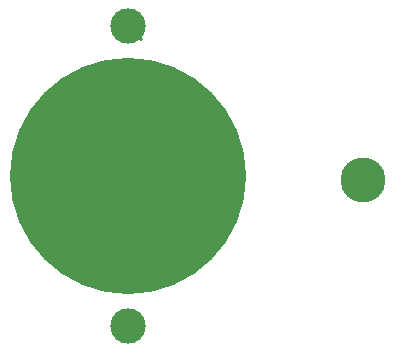
<source format=gbr>
%TF.GenerationSoftware,KiCad,Pcbnew,7.0.5*%
%TF.CreationDate,2024-01-30T14:43:17+01:00*%
%TF.ProjectId,DelaySw,44656c61-7953-4772-9e6b-696361645f70,rev?*%
%TF.SameCoordinates,Original*%
%TF.FileFunction,Copper,L2,Bot*%
%TF.FilePolarity,Positive*%
%FSLAX46Y46*%
G04 Gerber Fmt 4.6, Leading zero omitted, Abs format (unit mm)*
G04 Created by KiCad (PCBNEW 7.0.5) date 2024-01-30 14:43:17*
%MOMM*%
%LPD*%
G01*
G04 APERTURE LIST*
%TA.AperFunction,ComponentPad*%
%ADD10C,3.000000*%
%TD*%
%TA.AperFunction,SMDPad,CuDef*%
%ADD11C,20.000000*%
%TD*%
%TA.AperFunction,ViaPad*%
%ADD12C,3.810000*%
%TD*%
%TA.AperFunction,ViaPad*%
%ADD13C,0.800000*%
%TD*%
%TA.AperFunction,Conductor*%
%ADD14C,0.250000*%
%TD*%
G04 APERTURE END LIST*
D10*
%TO.P,CR2032,1*%
%TO.N,Net-(D2-A)*%
X39249000Y-54102000D03*
X39249000Y-28702000D03*
D11*
%TO.P,CR2032,2*%
%TO.N,Net-(Q1-S)*%
X39249000Y-41402000D03*
%TD*%
D12*
%TO.N,*%
X59182000Y-41783000D03*
D13*
%TO.N,Net-(Q1-S)*%
X35560000Y-42291000D03*
%TD*%
D14*
%TO.N,Net-(D2-A)*%
X39249000Y-28702000D02*
X40386000Y-29839000D01*
%TD*%
M02*

</source>
